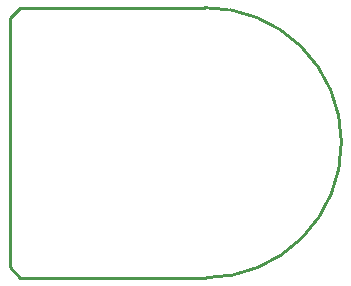
<source format=gko>
G04 Layer_Color=16711935*
%FSLAX25Y25*%
%MOIN*%
G70*
G01*
G75*
%ADD11C,0.01000*%
D11*
X373000Y210000D02*
G03*
X372503Y299997I0J45000D01*
G01*
X311000Y210000D02*
X373000D01*
X307500Y213500D02*
X311000Y210000D01*
X307500Y213500D02*
Y296500D01*
X310000Y299000D01*
X310997Y299997D02*
X372503D01*
X310000Y299000D02*
X310997Y299997D01*
M02*

</source>
